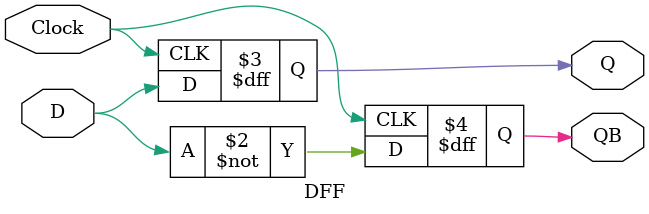
<source format=v>
/****************************************************************************
 *                                                                          *
 *  VERILOG HIGH-LEVEL DESCRIPTION OF THE ISCAS-89 BENCHMARK CIRCUIT s298   *
 *                                                                          *
 *  Function: Traffic Light Controller                                      *
 *                                                                          *
 *  Written by: Mark C. Hansen                                              *
 *                                                                          *
 *  Last modified: Dec 05, 1997                                             *
 *                                                                          *
 *  Structural variation from gate level netlist only in that buffers are
 *  removed on primary I/O and inverters are minimized                      *
 *                                                                          *
 ****************************************************************************/
`timescale 1ns/1ps
module Circuit298 (g0, g1, g2, g117, g132, g66, g118, g133, g67);

  input         g0, g1, g2;
  output        g117, g132, g66, g118, g133, g67;

  wire [2:0]    I;
  wire [1:0]    R, Y, G;
  wire          Clock;

  assign
      I[2:0] = {g2, g1, g0},
      R[1:0] = {g118, g117},
      Y[1:0] = {g133, g132},
      G[1:0] = {g67, g66};
 
      /* I[0] = Reset */
      /* I[1] = Faster Cycle */
      /* I[2] = Blink */
      /* R[1:0] = Primary:Secondary Red Light */
      /* Y[1:0] = Primary:Secondary Yellow Light */
      /* G[1:0] = Primary:Secondary Green Light */
	
  TopLevel298 Ckt298 (Clock, I, R, Y, G);

endmodule /* Circuit298 */

/*************************************************************************/

module TopLevel298 (Clock, I, R, Y, G);

  input         Clock;
  input[2:0]    I;
  output[1:0]   R, Y, G;
  wire[13:0]    Ff, FfB;
  wire          Blink, BlinkB;
  wire          I0B;

  assign R[1] = Ff[8], R[0] = Ff[9], Y[1] = Ff[10], Y[0] = Ff[11],
         G[1] = Ff[6], G[0] = Ff[7];    

  RedPrimary M1(Clock, Ff, FfB, BlinkB);
  YellowPrimary M2(Clock, Ff, FfB, Blink, BlinkB);
  GreenPrimary M3(Clock, Ff, FfB, Blink);
  RedSecondary M4(Clock, Ff, FfB, Blink, BlinkB);
  YellowSecondary M5(Clock, Ff, FfB, BlinkB);
  GreenSecondary M6(Clock, Ff, FfB, BlinkB);
  Status M7(Clock, I, I0B, Ff, FfB, Blink, BlinkB);
  Counter M8(Clock, I, I0B, Ff, FfB);
  Mode M9(Clock, I, Ff, FfB);

endmodule /* TopLevel298 */

/*************************************************************************/

module RedPrimary (Clock, Ff, FfB, BlinkB);

  input        Clock;
  inout[13:0]  Ff, FfB;
  input        BlinkB;
  wire         L116, L117, L118, L132, L103, L26;

  or L116g(L116, Ff[1], Ff[2], Ff[3], FfB[4]);
  or L117g(L117, FfB[3], Ff[8]);
  or L118g(L118, FfB[3], Ff[4]);
  nand L132g(L132, BlinkB, L116, L117, L118);
  and L103g(L103, Ff[2], Ff[4], FfB[8]);
  nor L26g(L26, L103, L132);
  DFF DFFRP(L26, Clock, Ff[8], FfB[8]);

endmodule /* RedPrimary */

/*************************************************************************/

module YellowPrimary (Clock, Ff, FfB, Blink, BlinkB);

  input        Clock;
  inout[13:0]  Ff, FfB;
  input        Blink, BlinkB;
  wire         L30, L106, L107, L108, L119, L120, L121;

  or L119g(L119, FfB[1], Ff[2], Ff[3]);
  or L120g(L120, FfB[2], Ff[10]);
  or L121g(L121, FfB[3], Ff[10]);
  nand L107g(L107, L119, L120, L121, Ff[4]);
  and L106g(L106, BlinkB, L107);
  and L108g(L108, Blink, Ff[0]);
  nor L30g(L30, L106, L108);
  DFF DFFYP(L30, Clock, Ff[10], FfB[10]);

endmodule /* YellowPrimary */

/*************************************************************************/
/*************************************************************************/

module GreenPrimary (Clock, Ff, FfB, Blink);

  input        Clock;
  inout[13:0]  Ff, FfB;
  input        Blink;
  wire         L22, L98, L99, L100;

  and L98g(L98, Ff[4], FfB[6]); 
  and L99g(L99, FfB[3], FfB[4]); 
  and L100g(L100, FfB[2], FfB[3]); 
  nor L22g(L22, Blink, L98, L99, L100);
  DFF DFFRP(L22, Clock, Ff[6], FfB[6]);

endmodule /* GreenPrimary */

/*************************************************************************/
/*************************************************************************/

module RedSecondary (Clock, Ff, FfB, Blink, BlinkB);

  input        Clock;
  inout[13:0]  Ff, FfB;
  input        Blink, BlinkB;
  wire         L28, L96, L97, L104, L105, L122, L123, L133;

  and L96g(L96, Ff[2], Ff[4], Ff[9]);
  and L97g(L97, FfB[1], FfB[2], Ff[4]);
  nor L105g(L105, L96, L97);
  and L104g(L104, BlinkB, L105, FfB[3]);
  or L122g(L122, FfB[3], FfB[4], Ff[9], Blink);
  or L123g(L123, BlinkB, FfB[0]);
  nand L133g(L133, L122, L123);
  nor L28g(L28, L104, L133);
  DFF DFFRS(L28, Clock, Ff[9], FfB[9]);

endmodule /* RedSecondary */

/*************************************************************************/
/*************************************************************************/

module YellowSecondary (Clock, Ff, FfB, BlinkB);

  input        Clock;
  inout[13:0]  Ff, FfB;
  input        BlinkB;
  wire         L32, L109, L124, L125, L126, L134;

  or L124g(L124,  FfB[3],  Ff[4]);
  or L125g(L125,  Ff[1],  Ff[4]);
  or L126g(L126, Ff[2],  Ff[3]);
  nand L134g(L134, BlinkB, L124, L125, L126);
  and L109g(L109, Ff[4], FfB[11]);
  nor L32g(L32, L109, L134); 
  DFF DFFYS(L32, Clock, Ff[11], FfB[11]);

endmodule /* YellowSecondary */

/*************************************************************************/
/*************************************************************************/

module GreenSecondary (Clock, Ff, FfB, BlinkB);

  input        Clock;
  inout[13:0]  Ff, FfB;
  input        BlinkB;
  wire         L24, L101, L102, L127, L128, L129, L131; 

  or L127g(L127, Ff[1],  Ff[2],  Ff[3],  FfB[4]); 
  or L128g(L128, FfB[1],  FfB[2],  Ff[4]); 
  or L129g(L129, FfB[2],  FfB[4],  Ff[7]);
  nand L131g(L131, BlinkB, L127, L128, L129);
  and L101g(L101, Ff[3], FfB[7]);
  and L102g(L102, Ff[3], FfB[4]);
  nor L24g(L24, L101, L102, L131);
  DFF DFFGS(L24, Clock, Ff[7], FfB[7]);

endmodule /* GreenSecondary */

/*************************************************************************/

/*************************************************************************/

module Status (Clock, I, I0B, Ff, FfB, Blink, BlinkB);

  input        Clock;
  input[2:0]   I;
  output       I0B;
  inout[13:0]  Ff, FfB;
  output       Blink, BlinkB;
  wire         L18, L20, L76, L77, L86, L87, L88;
  wire         L90, L91, L92, L93, L94, L95, L135;

  not I0Bg(I0B, I[0]);
  nor L87g(L87, FfB[3], FfB[4]);
  and L86g(L86, L87, Ff[0], FfB[1], FfB[2]);
  nand L89g(L89, Ff[0], FfB[1], FfB[2], Ff[3]);
  and L88g(L88, L89, FfB[4], FfB[13]);
  and L76g(L76, I0B, FfB[4]);
  and L77g(L77, I0B, FfB[13]);
  nor L135g(L135, L76, L77);
  nor L18g(L18, L86, L88, L135); 
  DFF DFFS1(L18, Clock, Ff[4], FfB[4]);

  nor L91g(L91, FfB[3], Ff[4]);
  nand L93g(L93, L91, FfB[1], FfB[2], Ff[12]);
  and L90g(L90, L91, Ff[1], FfB[2], FfB[12]);
  and L92g(L92, L93, FfB[5]);
  nor L20g(L20, I[0], L90, L92);
  DFF DFFS2(L20, Clock, Ff[5], FfB[5]);

  and L94g(L94, L91, Ff[1], FfB[2], FfB[12]);
  and L95g(L95, L93, FfB[5]);
  nor Blinkg(Blink, L94, L95);
  not BlinkBg(BlinkB, Blink);

endmodule /* Status */

/*************************************************************************/

/*************************************************************************/

module   Counter (Clock, I, I0B, Ff, FfB);

  /* Mod 10 Counter 0000-1001; Reset by I[0]/I0B */

  input        Clock;
  input[2:0]   I;
  input       I0B;
  inout[13:0]  Ff, FfB;
  wire L10, L12, L14, L16, L78, L79, L80, L81, L82, L83, L84, L85;
  wire L114, L115, L130;

  /*bit 0 */
  nor L10g(L10, I[0], Ff[0]);
  DFF DFFC0(L10, Clock, Ff[0], FfB[0]);

  /*bit 1 */
  and L78g(L78, Ff[0], FfB[2], Ff[3]);
  and L79g(L79, Ff[0], Ff[1]);
  and L80g(L80, FfB[0], FfB[1]);
  nor L12g(L12, I[0], L78, L79, L80);
  DFF DFFC1(L12, Clock, Ff[1], FfB[1]);

  /*bit 2 */
  and L81g(L81, Ff[0], Ff[1], Ff[2]);
  and L82g(L82, FfB[0], FfB[2]);
  and L83g(L83, FfB[1], FfB[2]);
  nor L14g(L14, I[0], L81, L82, L83);
  DFF DFFC2(L14, Clock, Ff[2], FfB[2]);

  /*bit 3 */
  nand L85g(L85, Ff[0], Ff[1], Ff[2]);
  and L84g(L84, L85, FfB[3]);
  or L114g(L114, FfB[0], FfB[1], FfB[2], FfB[3]);
  or L115g(L115, FfB[0], Ff[1], Ff[2]);
  nand L130g(L130, I0B, L114, L115);
  nor L16g(L16, L84, L130);
  DFF DFFC3(L16, Clock, Ff[3], FfB[3]);

endmodule /* Counter */

/*************************************************************************/

/*************************************************************************/

module   Mode (Clock, I, Ff, FfB);

  input        Clock;
  input[2:0]   I;
  inout[13:0]  Ff, FfB;
  wire I1B, I2B, L34, L36, L110, L111, L112, L113;

  /* Cycle Short/Long */
  not I2Bg(I2B, I[2]);
  and L110g(L110, I2B, FfB[12]);
  and L111g(L111, I[2], Ff[12]);
  nor L34g(L34, I[0], L110, L111);
  DFF DFFSpeed(L34, Clock, Ff[12], FfB[12]);

  /* Blink */
  not I1Bg(I1B, I[1]);
  and L112g(L112, I1B, FfB[13]);
  and L113g(L113, I[1], Ff[13]);
  nor L36g(L36, I[0], L112, L113);
  DFF DFFBlink(L36, Clock, Ff[13], FfB[13]);

endmodule /* Mode */

/*************************************************************************/

module DFF (D, Clock, Q, QB);

input D, Clock;
output Q, QB;
reg Q, QB;

always @(posedge Clock) begin
     #10 Q = D;
     #10 QB = ~Q;
end

endmodule /* DFF */
	
/*************************************************************************/

</source>
